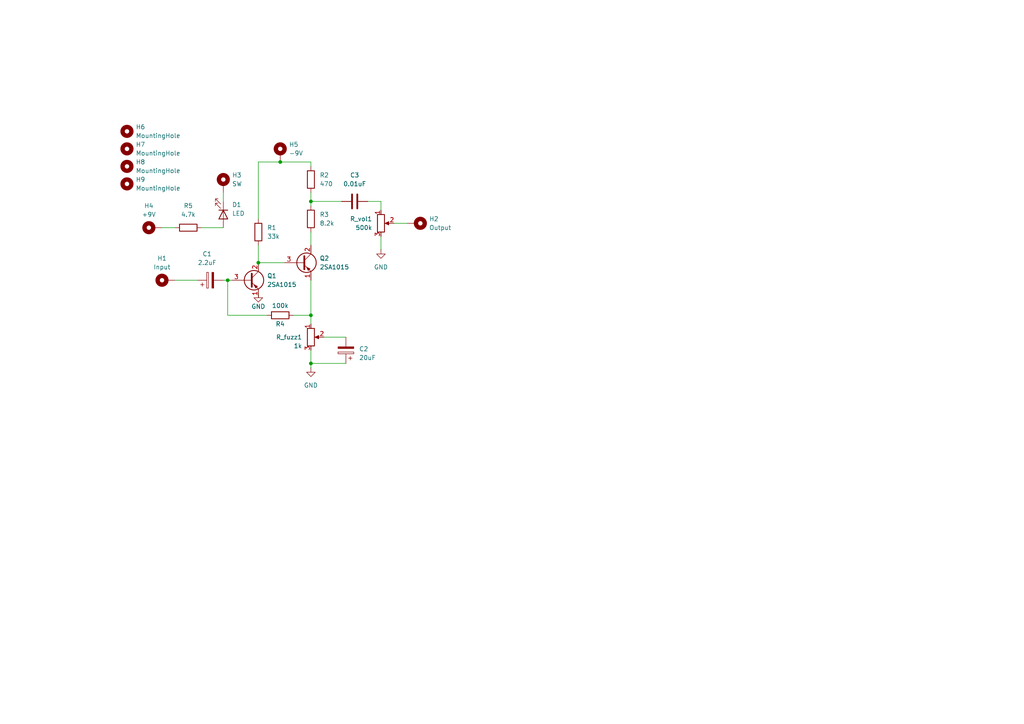
<source format=kicad_sch>
(kicad_sch
	(version 20250114)
	(generator "eeschema")
	(generator_version "9.0")
	(uuid "b82801eb-a442-4e15-a123-5dfbaba277df")
	(paper "A4")
	(lib_symbols
		(symbol "Device:C"
			(pin_numbers
				(hide yes)
			)
			(pin_names
				(offset 0.254)
			)
			(exclude_from_sim no)
			(in_bom yes)
			(on_board yes)
			(property "Reference" "C"
				(at 0.635 2.54 0)
				(effects
					(font
						(size 1.27 1.27)
					)
					(justify left)
				)
			)
			(property "Value" "C"
				(at 0.635 -2.54 0)
				(effects
					(font
						(size 1.27 1.27)
					)
					(justify left)
				)
			)
			(property "Footprint" ""
				(at 0.9652 -3.81 0)
				(effects
					(font
						(size 1.27 1.27)
					)
					(hide yes)
				)
			)
			(property "Datasheet" "~"
				(at 0 0 0)
				(effects
					(font
						(size 1.27 1.27)
					)
					(hide yes)
				)
			)
			(property "Description" "Unpolarized capacitor"
				(at 0 0 0)
				(effects
					(font
						(size 1.27 1.27)
					)
					(hide yes)
				)
			)
			(property "ki_keywords" "cap capacitor"
				(at 0 0 0)
				(effects
					(font
						(size 1.27 1.27)
					)
					(hide yes)
				)
			)
			(property "ki_fp_filters" "C_*"
				(at 0 0 0)
				(effects
					(font
						(size 1.27 1.27)
					)
					(hide yes)
				)
			)
			(symbol "C_0_1"
				(polyline
					(pts
						(xy -2.032 0.762) (xy 2.032 0.762)
					)
					(stroke
						(width 0.508)
						(type default)
					)
					(fill
						(type none)
					)
				)
				(polyline
					(pts
						(xy -2.032 -0.762) (xy 2.032 -0.762)
					)
					(stroke
						(width 0.508)
						(type default)
					)
					(fill
						(type none)
					)
				)
			)
			(symbol "C_1_1"
				(pin passive line
					(at 0 3.81 270)
					(length 2.794)
					(name "~"
						(effects
							(font
								(size 1.27 1.27)
							)
						)
					)
					(number "1"
						(effects
							(font
								(size 1.27 1.27)
							)
						)
					)
				)
				(pin passive line
					(at 0 -3.81 90)
					(length 2.794)
					(name "~"
						(effects
							(font
								(size 1.27 1.27)
							)
						)
					)
					(number "2"
						(effects
							(font
								(size 1.27 1.27)
							)
						)
					)
				)
			)
			(embedded_fonts no)
		)
		(symbol "Device:C_Polarized"
			(pin_numbers
				(hide yes)
			)
			(pin_names
				(offset 0.254)
			)
			(exclude_from_sim no)
			(in_bom yes)
			(on_board yes)
			(property "Reference" "C"
				(at 0.635 2.54 0)
				(effects
					(font
						(size 1.27 1.27)
					)
					(justify left)
				)
			)
			(property "Value" "C_Polarized"
				(at 0.635 -2.54 0)
				(effects
					(font
						(size 1.27 1.27)
					)
					(justify left)
				)
			)
			(property "Footprint" ""
				(at 0.9652 -3.81 0)
				(effects
					(font
						(size 1.27 1.27)
					)
					(hide yes)
				)
			)
			(property "Datasheet" "~"
				(at 0 0 0)
				(effects
					(font
						(size 1.27 1.27)
					)
					(hide yes)
				)
			)
			(property "Description" "Polarized capacitor"
				(at 0 0 0)
				(effects
					(font
						(size 1.27 1.27)
					)
					(hide yes)
				)
			)
			(property "ki_keywords" "cap capacitor"
				(at 0 0 0)
				(effects
					(font
						(size 1.27 1.27)
					)
					(hide yes)
				)
			)
			(property "ki_fp_filters" "CP_*"
				(at 0 0 0)
				(effects
					(font
						(size 1.27 1.27)
					)
					(hide yes)
				)
			)
			(symbol "C_Polarized_0_1"
				(rectangle
					(start -2.286 0.508)
					(end 2.286 1.016)
					(stroke
						(width 0)
						(type default)
					)
					(fill
						(type none)
					)
				)
				(polyline
					(pts
						(xy -1.778 2.286) (xy -0.762 2.286)
					)
					(stroke
						(width 0)
						(type default)
					)
					(fill
						(type none)
					)
				)
				(polyline
					(pts
						(xy -1.27 2.794) (xy -1.27 1.778)
					)
					(stroke
						(width 0)
						(type default)
					)
					(fill
						(type none)
					)
				)
				(rectangle
					(start 2.286 -0.508)
					(end -2.286 -1.016)
					(stroke
						(width 0)
						(type default)
					)
					(fill
						(type outline)
					)
				)
			)
			(symbol "C_Polarized_1_1"
				(pin passive line
					(at 0 3.81 270)
					(length 2.794)
					(name "~"
						(effects
							(font
								(size 1.27 1.27)
							)
						)
					)
					(number "1"
						(effects
							(font
								(size 1.27 1.27)
							)
						)
					)
				)
				(pin passive line
					(at 0 -3.81 90)
					(length 2.794)
					(name "~"
						(effects
							(font
								(size 1.27 1.27)
							)
						)
					)
					(number "2"
						(effects
							(font
								(size 1.27 1.27)
							)
						)
					)
				)
			)
			(embedded_fonts no)
		)
		(symbol "Device:LED"
			(pin_numbers
				(hide yes)
			)
			(pin_names
				(offset 1.016)
				(hide yes)
			)
			(exclude_from_sim no)
			(in_bom yes)
			(on_board yes)
			(property "Reference" "D"
				(at 0 2.54 0)
				(effects
					(font
						(size 1.27 1.27)
					)
				)
			)
			(property "Value" "LED"
				(at 0 -2.54 0)
				(effects
					(font
						(size 1.27 1.27)
					)
				)
			)
			(property "Footprint" ""
				(at 0 0 0)
				(effects
					(font
						(size 1.27 1.27)
					)
					(hide yes)
				)
			)
			(property "Datasheet" "~"
				(at 0 0 0)
				(effects
					(font
						(size 1.27 1.27)
					)
					(hide yes)
				)
			)
			(property "Description" "Light emitting diode"
				(at 0 0 0)
				(effects
					(font
						(size 1.27 1.27)
					)
					(hide yes)
				)
			)
			(property "Sim.Pins" "1=K 2=A"
				(at 0 0 0)
				(effects
					(font
						(size 1.27 1.27)
					)
					(hide yes)
				)
			)
			(property "ki_keywords" "LED diode"
				(at 0 0 0)
				(effects
					(font
						(size 1.27 1.27)
					)
					(hide yes)
				)
			)
			(property "ki_fp_filters" "LED* LED_SMD:* LED_THT:*"
				(at 0 0 0)
				(effects
					(font
						(size 1.27 1.27)
					)
					(hide yes)
				)
			)
			(symbol "LED_0_1"
				(polyline
					(pts
						(xy -3.048 -0.762) (xy -4.572 -2.286) (xy -3.81 -2.286) (xy -4.572 -2.286) (xy -4.572 -1.524)
					)
					(stroke
						(width 0)
						(type default)
					)
					(fill
						(type none)
					)
				)
				(polyline
					(pts
						(xy -1.778 -0.762) (xy -3.302 -2.286) (xy -2.54 -2.286) (xy -3.302 -2.286) (xy -3.302 -1.524)
					)
					(stroke
						(width 0)
						(type default)
					)
					(fill
						(type none)
					)
				)
				(polyline
					(pts
						(xy -1.27 0) (xy 1.27 0)
					)
					(stroke
						(width 0)
						(type default)
					)
					(fill
						(type none)
					)
				)
				(polyline
					(pts
						(xy -1.27 -1.27) (xy -1.27 1.27)
					)
					(stroke
						(width 0.254)
						(type default)
					)
					(fill
						(type none)
					)
				)
				(polyline
					(pts
						(xy 1.27 -1.27) (xy 1.27 1.27) (xy -1.27 0) (xy 1.27 -1.27)
					)
					(stroke
						(width 0.254)
						(type default)
					)
					(fill
						(type none)
					)
				)
			)
			(symbol "LED_1_1"
				(pin passive line
					(at -3.81 0 0)
					(length 2.54)
					(name "K"
						(effects
							(font
								(size 1.27 1.27)
							)
						)
					)
					(number "1"
						(effects
							(font
								(size 1.27 1.27)
							)
						)
					)
				)
				(pin passive line
					(at 3.81 0 180)
					(length 2.54)
					(name "A"
						(effects
							(font
								(size 1.27 1.27)
							)
						)
					)
					(number "2"
						(effects
							(font
								(size 1.27 1.27)
							)
						)
					)
				)
			)
			(embedded_fonts no)
		)
		(symbol "Device:R"
			(pin_numbers
				(hide yes)
			)
			(pin_names
				(offset 0)
			)
			(exclude_from_sim no)
			(in_bom yes)
			(on_board yes)
			(property "Reference" "R"
				(at 2.032 0 90)
				(effects
					(font
						(size 1.27 1.27)
					)
				)
			)
			(property "Value" "R"
				(at 0 0 90)
				(effects
					(font
						(size 1.27 1.27)
					)
				)
			)
			(property "Footprint" ""
				(at -1.778 0 90)
				(effects
					(font
						(size 1.27 1.27)
					)
					(hide yes)
				)
			)
			(property "Datasheet" "~"
				(at 0 0 0)
				(effects
					(font
						(size 1.27 1.27)
					)
					(hide yes)
				)
			)
			(property "Description" "Resistor"
				(at 0 0 0)
				(effects
					(font
						(size 1.27 1.27)
					)
					(hide yes)
				)
			)
			(property "ki_keywords" "R res resistor"
				(at 0 0 0)
				(effects
					(font
						(size 1.27 1.27)
					)
					(hide yes)
				)
			)
			(property "ki_fp_filters" "R_*"
				(at 0 0 0)
				(effects
					(font
						(size 1.27 1.27)
					)
					(hide yes)
				)
			)
			(symbol "R_0_1"
				(rectangle
					(start -1.016 -2.54)
					(end 1.016 2.54)
					(stroke
						(width 0.254)
						(type default)
					)
					(fill
						(type none)
					)
				)
			)
			(symbol "R_1_1"
				(pin passive line
					(at 0 3.81 270)
					(length 1.27)
					(name "~"
						(effects
							(font
								(size 1.27 1.27)
							)
						)
					)
					(number "1"
						(effects
							(font
								(size 1.27 1.27)
							)
						)
					)
				)
				(pin passive line
					(at 0 -3.81 90)
					(length 1.27)
					(name "~"
						(effects
							(font
								(size 1.27 1.27)
							)
						)
					)
					(number "2"
						(effects
							(font
								(size 1.27 1.27)
							)
						)
					)
				)
			)
			(embedded_fonts no)
		)
		(symbol "Device:R_Potentiometer"
			(pin_names
				(offset 1.016)
				(hide yes)
			)
			(exclude_from_sim no)
			(in_bom yes)
			(on_board yes)
			(property "Reference" "RV"
				(at -4.445 0 90)
				(effects
					(font
						(size 1.27 1.27)
					)
				)
			)
			(property "Value" "R_Potentiometer"
				(at -2.54 0 90)
				(effects
					(font
						(size 1.27 1.27)
					)
				)
			)
			(property "Footprint" ""
				(at 0 0 0)
				(effects
					(font
						(size 1.27 1.27)
					)
					(hide yes)
				)
			)
			(property "Datasheet" "~"
				(at 0 0 0)
				(effects
					(font
						(size 1.27 1.27)
					)
					(hide yes)
				)
			)
			(property "Description" "Potentiometer"
				(at 0 0 0)
				(effects
					(font
						(size 1.27 1.27)
					)
					(hide yes)
				)
			)
			(property "ki_keywords" "resistor variable"
				(at 0 0 0)
				(effects
					(font
						(size 1.27 1.27)
					)
					(hide yes)
				)
			)
			(property "ki_fp_filters" "Potentiometer*"
				(at 0 0 0)
				(effects
					(font
						(size 1.27 1.27)
					)
					(hide yes)
				)
			)
			(symbol "R_Potentiometer_0_1"
				(rectangle
					(start 1.016 2.54)
					(end -1.016 -2.54)
					(stroke
						(width 0.254)
						(type default)
					)
					(fill
						(type none)
					)
				)
				(polyline
					(pts
						(xy 1.143 0) (xy 2.286 0.508) (xy 2.286 -0.508) (xy 1.143 0)
					)
					(stroke
						(width 0)
						(type default)
					)
					(fill
						(type outline)
					)
				)
				(polyline
					(pts
						(xy 2.54 0) (xy 1.524 0)
					)
					(stroke
						(width 0)
						(type default)
					)
					(fill
						(type none)
					)
				)
			)
			(symbol "R_Potentiometer_1_1"
				(pin passive line
					(at 0 3.81 270)
					(length 1.27)
					(name "1"
						(effects
							(font
								(size 1.27 1.27)
							)
						)
					)
					(number "1"
						(effects
							(font
								(size 1.27 1.27)
							)
						)
					)
				)
				(pin passive line
					(at 0 -3.81 90)
					(length 1.27)
					(name "3"
						(effects
							(font
								(size 1.27 1.27)
							)
						)
					)
					(number "3"
						(effects
							(font
								(size 1.27 1.27)
							)
						)
					)
				)
				(pin passive line
					(at 3.81 0 180)
					(length 1.27)
					(name "2"
						(effects
							(font
								(size 1.27 1.27)
							)
						)
					)
					(number "2"
						(effects
							(font
								(size 1.27 1.27)
							)
						)
					)
				)
			)
			(embedded_fonts no)
		)
		(symbol "Mechanical:MountingHole"
			(pin_names
				(offset 1.016)
			)
			(exclude_from_sim yes)
			(in_bom no)
			(on_board yes)
			(property "Reference" "H"
				(at 0 5.08 0)
				(effects
					(font
						(size 1.27 1.27)
					)
				)
			)
			(property "Value" "MountingHole"
				(at 0 3.175 0)
				(effects
					(font
						(size 1.27 1.27)
					)
				)
			)
			(property "Footprint" ""
				(at 0 0 0)
				(effects
					(font
						(size 1.27 1.27)
					)
					(hide yes)
				)
			)
			(property "Datasheet" "~"
				(at 0 0 0)
				(effects
					(font
						(size 1.27 1.27)
					)
					(hide yes)
				)
			)
			(property "Description" "Mounting Hole without connection"
				(at 0 0 0)
				(effects
					(font
						(size 1.27 1.27)
					)
					(hide yes)
				)
			)
			(property "ki_keywords" "mounting hole"
				(at 0 0 0)
				(effects
					(font
						(size 1.27 1.27)
					)
					(hide yes)
				)
			)
			(property "ki_fp_filters" "MountingHole*"
				(at 0 0 0)
				(effects
					(font
						(size 1.27 1.27)
					)
					(hide yes)
				)
			)
			(symbol "MountingHole_0_1"
				(circle
					(center 0 0)
					(radius 1.27)
					(stroke
						(width 1.27)
						(type default)
					)
					(fill
						(type none)
					)
				)
			)
			(embedded_fonts no)
		)
		(symbol "Mechanical:MountingHole_Pad"
			(pin_numbers
				(hide yes)
			)
			(pin_names
				(offset 1.016)
				(hide yes)
			)
			(exclude_from_sim yes)
			(in_bom no)
			(on_board yes)
			(property "Reference" "H"
				(at 0 6.35 0)
				(effects
					(font
						(size 1.27 1.27)
					)
				)
			)
			(property "Value" "MountingHole_Pad"
				(at 0 4.445 0)
				(effects
					(font
						(size 1.27 1.27)
					)
				)
			)
			(property "Footprint" ""
				(at 0 0 0)
				(effects
					(font
						(size 1.27 1.27)
					)
					(hide yes)
				)
			)
			(property "Datasheet" "~"
				(at 0 0 0)
				(effects
					(font
						(size 1.27 1.27)
					)
					(hide yes)
				)
			)
			(property "Description" "Mounting Hole with connection"
				(at 0 0 0)
				(effects
					(font
						(size 1.27 1.27)
					)
					(hide yes)
				)
			)
			(property "ki_keywords" "mounting hole"
				(at 0 0 0)
				(effects
					(font
						(size 1.27 1.27)
					)
					(hide yes)
				)
			)
			(property "ki_fp_filters" "MountingHole*Pad*"
				(at 0 0 0)
				(effects
					(font
						(size 1.27 1.27)
					)
					(hide yes)
				)
			)
			(symbol "MountingHole_Pad_0_1"
				(circle
					(center 0 1.27)
					(radius 1.27)
					(stroke
						(width 1.27)
						(type default)
					)
					(fill
						(type none)
					)
				)
			)
			(symbol "MountingHole_Pad_1_1"
				(pin input line
					(at 0 -2.54 90)
					(length 2.54)
					(name "1"
						(effects
							(font
								(size 1.27 1.27)
							)
						)
					)
					(number "1"
						(effects
							(font
								(size 1.27 1.27)
							)
						)
					)
				)
			)
			(embedded_fonts no)
		)
		(symbol "Transistor_BJT:2SA1015"
			(pin_names
				(offset 0)
				(hide yes)
			)
			(exclude_from_sim no)
			(in_bom yes)
			(on_board yes)
			(property "Reference" "Q"
				(at 5.08 1.905 0)
				(effects
					(font
						(size 1.27 1.27)
					)
					(justify left)
				)
			)
			(property "Value" "2SA1015"
				(at 5.08 0 0)
				(effects
					(font
						(size 1.27 1.27)
					)
					(justify left)
				)
			)
			(property "Footprint" "Package_TO_SOT_THT:TO-92_Inline"
				(at 5.08 -1.905 0)
				(effects
					(font
						(size 1.27 1.27)
						(italic yes)
					)
					(justify left)
					(hide yes)
				)
			)
			(property "Datasheet" "http://www.datasheetcatalog.org/datasheet/toshiba/905.pdf"
				(at 0 0 0)
				(effects
					(font
						(size 1.27 1.27)
					)
					(justify left)
					(hide yes)
				)
			)
			(property "Description" "-0.15A Ic, -50V Vce, Low Noise Audio PNP Transistor, TO-92"
				(at 0 0 0)
				(effects
					(font
						(size 1.27 1.27)
					)
					(hide yes)
				)
			)
			(property "ki_keywords" "Low Noise Audio PNP Transistor"
				(at 0 0 0)
				(effects
					(font
						(size 1.27 1.27)
					)
					(hide yes)
				)
			)
			(property "ki_fp_filters" "TO?92*"
				(at 0 0 0)
				(effects
					(font
						(size 1.27 1.27)
					)
					(hide yes)
				)
			)
			(symbol "2SA1015_0_1"
				(polyline
					(pts
						(xy -2.54 0) (xy 0.635 0)
					)
					(stroke
						(width 0)
						(type default)
					)
					(fill
						(type none)
					)
				)
				(polyline
					(pts
						(xy 0.635 1.905) (xy 0.635 -1.905)
					)
					(stroke
						(width 0.508)
						(type default)
					)
					(fill
						(type none)
					)
				)
				(polyline
					(pts
						(xy 0.635 0.635) (xy 2.54 2.54)
					)
					(stroke
						(width 0)
						(type default)
					)
					(fill
						(type none)
					)
				)
				(polyline
					(pts
						(xy 0.635 -0.635) (xy 2.54 -2.54)
					)
					(stroke
						(width 0)
						(type default)
					)
					(fill
						(type none)
					)
				)
				(circle
					(center 1.27 0)
					(radius 2.8194)
					(stroke
						(width 0.254)
						(type default)
					)
					(fill
						(type none)
					)
				)
				(polyline
					(pts
						(xy 2.286 -1.778) (xy 1.778 -2.286) (xy 1.27 -1.27) (xy 2.286 -1.778)
					)
					(stroke
						(width 0)
						(type default)
					)
					(fill
						(type outline)
					)
				)
			)
			(symbol "2SA1015_1_1"
				(pin input line
					(at -5.08 0 0)
					(length 2.54)
					(name "B"
						(effects
							(font
								(size 1.27 1.27)
							)
						)
					)
					(number "3"
						(effects
							(font
								(size 1.27 1.27)
							)
						)
					)
				)
				(pin passive line
					(at 2.54 5.08 270)
					(length 2.54)
					(name "C"
						(effects
							(font
								(size 1.27 1.27)
							)
						)
					)
					(number "2"
						(effects
							(font
								(size 1.27 1.27)
							)
						)
					)
				)
				(pin passive line
					(at 2.54 -5.08 90)
					(length 2.54)
					(name "E"
						(effects
							(font
								(size 1.27 1.27)
							)
						)
					)
					(number "1"
						(effects
							(font
								(size 1.27 1.27)
							)
						)
					)
				)
			)
			(embedded_fonts no)
		)
		(symbol "power:GND"
			(power)
			(pin_numbers
				(hide yes)
			)
			(pin_names
				(offset 0)
				(hide yes)
			)
			(exclude_from_sim no)
			(in_bom yes)
			(on_board yes)
			(property "Reference" "#PWR"
				(at 0 -6.35 0)
				(effects
					(font
						(size 1.27 1.27)
					)
					(hide yes)
				)
			)
			(property "Value" "GND"
				(at 0 -3.81 0)
				(effects
					(font
						(size 1.27 1.27)
					)
				)
			)
			(property "Footprint" ""
				(at 0 0 0)
				(effects
					(font
						(size 1.27 1.27)
					)
					(hide yes)
				)
			)
			(property "Datasheet" ""
				(at 0 0 0)
				(effects
					(font
						(size 1.27 1.27)
					)
					(hide yes)
				)
			)
			(property "Description" "Power symbol creates a global label with name \"GND\" , ground"
				(at 0 0 0)
				(effects
					(font
						(size 1.27 1.27)
					)
					(hide yes)
				)
			)
			(property "ki_keywords" "global power"
				(at 0 0 0)
				(effects
					(font
						(size 1.27 1.27)
					)
					(hide yes)
				)
			)
			(symbol "GND_0_1"
				(polyline
					(pts
						(xy 0 0) (xy 0 -1.27) (xy 1.27 -1.27) (xy 0 -2.54) (xy -1.27 -1.27) (xy 0 -1.27)
					)
					(stroke
						(width 0)
						(type default)
					)
					(fill
						(type none)
					)
				)
			)
			(symbol "GND_1_1"
				(pin power_in line
					(at 0 0 270)
					(length 0)
					(name "~"
						(effects
							(font
								(size 1.27 1.27)
							)
						)
					)
					(number "1"
						(effects
							(font
								(size 1.27 1.27)
							)
						)
					)
				)
			)
			(embedded_fonts no)
		)
	)
	(junction
		(at 90.17 58.42)
		(diameter 0)
		(color 0 0 0 0)
		(uuid "192b3a50-3913-4041-9f8b-8c7f01b87c24")
	)
	(junction
		(at 74.93 76.2)
		(diameter 0)
		(color 0 0 0 0)
		(uuid "24d1b1fc-30b4-446a-9757-0c449b873b90")
	)
	(junction
		(at 66.04 81.28)
		(diameter 0)
		(color 0 0 0 0)
		(uuid "4580953b-439e-49b9-a1c7-3968f2b887ea")
	)
	(junction
		(at 81.28 46.99)
		(diameter 0)
		(color 0 0 0 0)
		(uuid "79574859-3a04-4b0b-8603-1143702cf810")
	)
	(junction
		(at 90.17 91.44)
		(diameter 0)
		(color 0 0 0 0)
		(uuid "806c333f-c2b7-4d72-94c8-643e7b4cfd6b")
	)
	(junction
		(at 90.17 105.41)
		(diameter 0)
		(color 0 0 0 0)
		(uuid "e7d1f5be-0f13-46ce-a211-439be81f8857")
	)
	(wire
		(pts
			(xy 110.49 68.58) (xy 110.49 72.39)
		)
		(stroke
			(width 0)
			(type default)
		)
		(uuid "06300551-847b-4242-93b7-0148d775ef37")
	)
	(wire
		(pts
			(xy 58.42 66.04) (xy 64.77 66.04)
		)
		(stroke
			(width 0)
			(type default)
		)
		(uuid "0681724d-a3d0-49bc-9652-f7d7c3a2e8f4")
	)
	(wire
		(pts
			(xy 90.17 105.41) (xy 100.33 105.41)
		)
		(stroke
			(width 0)
			(type default)
		)
		(uuid "0816058b-262f-49d3-b83a-eb641809e109")
	)
	(wire
		(pts
			(xy 66.04 81.28) (xy 66.04 91.44)
		)
		(stroke
			(width 0)
			(type default)
		)
		(uuid "0f47bd56-c545-427e-8e6f-3056a9733cd0")
	)
	(wire
		(pts
			(xy 66.04 91.44) (xy 77.47 91.44)
		)
		(stroke
			(width 0)
			(type default)
		)
		(uuid "250a4513-b052-4f7b-8777-1ffdc8115819")
	)
	(wire
		(pts
			(xy 81.28 46.99) (xy 90.17 46.99)
		)
		(stroke
			(width 0)
			(type default)
		)
		(uuid "27ac1460-1b0a-4149-bc2b-ae99ad0fde20")
	)
	(wire
		(pts
			(xy 66.04 81.28) (xy 67.31 81.28)
		)
		(stroke
			(width 0)
			(type default)
		)
		(uuid "3d2633da-80b4-489b-8465-5d204c927431")
	)
	(wire
		(pts
			(xy 64.77 55.88) (xy 64.77 58.42)
		)
		(stroke
			(width 0)
			(type default)
		)
		(uuid "41657e5f-9d3c-4825-9896-db5b98fed555")
	)
	(wire
		(pts
			(xy 90.17 46.99) (xy 90.17 48.26)
		)
		(stroke
			(width 0)
			(type default)
		)
		(uuid "4932cb46-16ae-4175-a20d-6accbecb3d64")
	)
	(wire
		(pts
			(xy 114.3 64.77) (xy 118.11 64.77)
		)
		(stroke
			(width 0)
			(type default)
		)
		(uuid "4a1d99d5-1ade-4749-af52-fdb39eb156d9")
	)
	(wire
		(pts
			(xy 106.68 58.42) (xy 110.49 58.42)
		)
		(stroke
			(width 0)
			(type default)
		)
		(uuid "5923fc20-d8a8-4509-ab30-fd5e60df8aa0")
	)
	(wire
		(pts
			(xy 74.93 71.12) (xy 74.93 76.2)
		)
		(stroke
			(width 0)
			(type default)
		)
		(uuid "65b368c2-26be-4392-839c-61130451ab93")
	)
	(wire
		(pts
			(xy 90.17 58.42) (xy 90.17 59.69)
		)
		(stroke
			(width 0)
			(type default)
		)
		(uuid "70b8aed8-f70c-4a94-8a9f-218fb9f59acd")
	)
	(wire
		(pts
			(xy 90.17 55.88) (xy 90.17 58.42)
		)
		(stroke
			(width 0)
			(type default)
		)
		(uuid "717cbccb-bb3b-429c-870a-8a87e912d4b5")
	)
	(wire
		(pts
			(xy 93.98 97.79) (xy 100.33 97.79)
		)
		(stroke
			(width 0)
			(type default)
		)
		(uuid "727ef7b4-0220-400f-b9e4-04e1371776d3")
	)
	(wire
		(pts
			(xy 74.93 46.99) (xy 81.28 46.99)
		)
		(stroke
			(width 0)
			(type default)
		)
		(uuid "919ba614-395a-4c08-babc-36018a07437e")
	)
	(wire
		(pts
			(xy 46.99 66.04) (xy 50.8 66.04)
		)
		(stroke
			(width 0)
			(type default)
		)
		(uuid "99f6e4e9-77ac-4241-8c05-404e530ed642")
	)
	(wire
		(pts
			(xy 90.17 106.68) (xy 90.17 105.41)
		)
		(stroke
			(width 0)
			(type default)
		)
		(uuid "9a8d856b-cbf3-41c6-93c8-123c14f7ae91")
	)
	(wire
		(pts
			(xy 90.17 91.44) (xy 90.17 93.98)
		)
		(stroke
			(width 0)
			(type default)
		)
		(uuid "9f66b6bd-1856-45aa-93b4-9f0d83215a24")
	)
	(wire
		(pts
			(xy 74.93 46.99) (xy 74.93 63.5)
		)
		(stroke
			(width 0)
			(type default)
		)
		(uuid "a45f1347-cbe0-4a13-9be8-b55edb8ae701")
	)
	(wire
		(pts
			(xy 90.17 81.28) (xy 90.17 91.44)
		)
		(stroke
			(width 0)
			(type default)
		)
		(uuid "b02710e2-62ad-4792-b2e4-b2648ffaf82b")
	)
	(wire
		(pts
			(xy 90.17 67.31) (xy 90.17 71.12)
		)
		(stroke
			(width 0)
			(type default)
		)
		(uuid "b08a2592-c791-4d0e-b78d-7724017fc712")
	)
	(wire
		(pts
			(xy 50.8 81.28) (xy 57.15 81.28)
		)
		(stroke
			(width 0)
			(type default)
		)
		(uuid "b4ce388d-3db2-49e3-b82a-840ff715e36b")
	)
	(wire
		(pts
			(xy 74.93 85.09) (xy 74.93 86.36)
		)
		(stroke
			(width 0)
			(type default)
		)
		(uuid "b5509a8d-7b12-4363-8350-148ed0540287")
	)
	(wire
		(pts
			(xy 90.17 58.42) (xy 99.06 58.42)
		)
		(stroke
			(width 0)
			(type default)
		)
		(uuid "b92c7960-9327-45f7-8f40-465e8893c1e2")
	)
	(wire
		(pts
			(xy 90.17 105.41) (xy 90.17 101.6)
		)
		(stroke
			(width 0)
			(type default)
		)
		(uuid "bc10f74e-4868-4fe4-a142-bd6da7ef7019")
	)
	(wire
		(pts
			(xy 74.93 76.2) (xy 82.55 76.2)
		)
		(stroke
			(width 0)
			(type default)
		)
		(uuid "c6c8ec8a-91ad-4339-be7a-b224a63870e7")
	)
	(wire
		(pts
			(xy 110.49 58.42) (xy 110.49 60.96)
		)
		(stroke
			(width 0)
			(type default)
		)
		(uuid "d7e08680-9529-4b8a-819c-94bebdb5a222")
	)
	(wire
		(pts
			(xy 85.09 91.44) (xy 90.17 91.44)
		)
		(stroke
			(width 0)
			(type default)
		)
		(uuid "dcb4d93e-7e97-4e2b-8fd7-48e40882275d")
	)
	(wire
		(pts
			(xy 64.77 81.28) (xy 66.04 81.28)
		)
		(stroke
			(width 0)
			(type default)
		)
		(uuid "f74b0bf4-e7bf-4cd8-a45b-d021204a481b")
	)
	(symbol
		(lib_id "Device:C_Polarized")
		(at 60.96 81.28 90)
		(unit 1)
		(exclude_from_sim no)
		(in_bom yes)
		(on_board yes)
		(dnp no)
		(fields_autoplaced yes)
		(uuid "05fa8710-3220-4a28-a2c1-c17eee5e2f91")
		(property "Reference" "C1"
			(at 60.071 73.66 90)
			(effects
				(font
					(size 1.27 1.27)
				)
			)
		)
		(property "Value" "2.2uF"
			(at 60.071 76.2 90)
			(effects
				(font
					(size 1.27 1.27)
				)
			)
		)
		(property "Footprint" "ANA PARTS:StandardPolarizedCapacitorPedal"
			(at 64.77 80.3148 0)
			(effects
				(font
					(size 1.27 1.27)
				)
				(hide yes)
			)
		)
		(property "Datasheet" "~"
			(at 60.96 81.28 0)
			(effects
				(font
					(size 1.27 1.27)
				)
				(hide yes)
			)
		)
		(property "Description" "Polarized capacitor"
			(at 60.96 81.28 0)
			(effects
				(font
					(size 1.27 1.27)
				)
				(hide yes)
			)
		)
		(pin "1"
			(uuid "c65ccb0e-574c-45ea-9599-f366f0b9d93c")
		)
		(pin "2"
			(uuid "928101c3-02f2-4ffe-8cfe-d1c8f2d9cbe3")
		)
		(instances
			(project ""
				(path "/b82801eb-a442-4e15-a123-5dfbaba277df"
					(reference "C1")
					(unit 1)
				)
			)
		)
	)
	(symbol
		(lib_id "Mechanical:MountingHole_Pad")
		(at 44.45 66.04 90)
		(unit 1)
		(exclude_from_sim yes)
		(in_bom no)
		(on_board yes)
		(dnp no)
		(fields_autoplaced yes)
		(uuid "1d657444-8561-4779-88ed-1fe707af5bbc")
		(property "Reference" "H4"
			(at 43.18 59.69 90)
			(effects
				(font
					(size 1.27 1.27)
				)
			)
		)
		(property "Value" "+9V"
			(at 43.18 62.23 90)
			(effects
				(font
					(size 1.27 1.27)
				)
			)
		)
		(property "Footprint" "ANA PARTS:1.5mm_MountingHole"
			(at 44.45 66.04 0)
			(effects
				(font
					(size 1.27 1.27)
				)
				(hide yes)
			)
		)
		(property "Datasheet" "~"
			(at 44.45 66.04 0)
			(effects
				(font
					(size 1.27 1.27)
				)
				(hide yes)
			)
		)
		(property "Description" "Mounting Hole with connection"
			(at 44.45 66.04 0)
			(effects
				(font
					(size 1.27 1.27)
				)
				(hide yes)
			)
		)
		(pin "1"
			(uuid "0ec050b4-c9c9-495b-ab29-626d7ed7d03b")
		)
		(instances
			(project "FuzzFace2"
				(path "/b82801eb-a442-4e15-a123-5dfbaba277df"
					(reference "H4")
					(unit 1)
				)
			)
		)
	)
	(symbol
		(lib_id "Mechanical:MountingHole_Pad")
		(at 81.28 44.45 0)
		(unit 1)
		(exclude_from_sim yes)
		(in_bom no)
		(on_board yes)
		(dnp no)
		(fields_autoplaced yes)
		(uuid "1eb62cbf-d62f-4610-a399-0b712704fb5a")
		(property "Reference" "H5"
			(at 83.82 41.9099 0)
			(effects
				(font
					(size 1.27 1.27)
				)
				(justify left)
			)
		)
		(property "Value" "-9V"
			(at 83.82 44.4499 0)
			(effects
				(font
					(size 1.27 1.27)
				)
				(justify left)
			)
		)
		(property "Footprint" "ANA PARTS:1.5mm_MountingHole"
			(at 81.28 44.45 0)
			(effects
				(font
					(size 1.27 1.27)
				)
				(hide yes)
			)
		)
		(property "Datasheet" "~"
			(at 81.28 44.45 0)
			(effects
				(font
					(size 1.27 1.27)
				)
				(hide yes)
			)
		)
		(property "Description" "Mounting Hole with connection"
			(at 81.28 44.45 0)
			(effects
				(font
					(size 1.27 1.27)
				)
				(hide yes)
			)
		)
		(pin "1"
			(uuid "e9222163-ea6a-413b-8498-1e82fc80a668")
		)
		(instances
			(project "FuzzFace2"
				(path "/b82801eb-a442-4e15-a123-5dfbaba277df"
					(reference "H5")
					(unit 1)
				)
			)
		)
	)
	(symbol
		(lib_id "power:GND")
		(at 90.17 106.68 0)
		(unit 1)
		(exclude_from_sim no)
		(in_bom yes)
		(on_board yes)
		(dnp no)
		(fields_autoplaced yes)
		(uuid "2c2eec62-5689-4d16-8fa1-512eb185d3d4")
		(property "Reference" "#PWR04"
			(at 90.17 113.03 0)
			(effects
				(font
					(size 1.27 1.27)
				)
				(hide yes)
			)
		)
		(property "Value" "GND"
			(at 90.17 111.76 0)
			(effects
				(font
					(size 1.27 1.27)
				)
			)
		)
		(property "Footprint" ""
			(at 90.17 106.68 0)
			(effects
				(font
					(size 1.27 1.27)
				)
				(hide yes)
			)
		)
		(property "Datasheet" ""
			(at 90.17 106.68 0)
			(effects
				(font
					(size 1.27 1.27)
				)
				(hide yes)
			)
		)
		(property "Description" "Power symbol creates a global label with name \"GND\" , ground"
			(at 90.17 106.68 0)
			(effects
				(font
					(size 1.27 1.27)
				)
				(hide yes)
			)
		)
		(pin "1"
			(uuid "d4436ae6-bfc4-4464-b867-0f1d43ed69cc")
		)
		(instances
			(project "FuzzFace2"
				(path "/b82801eb-a442-4e15-a123-5dfbaba277df"
					(reference "#PWR04")
					(unit 1)
				)
			)
		)
	)
	(symbol
		(lib_id "Mechanical:MountingHole")
		(at 36.83 43.18 0)
		(unit 1)
		(exclude_from_sim yes)
		(in_bom no)
		(on_board yes)
		(dnp no)
		(fields_autoplaced yes)
		(uuid "3ed7e2f3-9f5c-4265-a371-22a8f64192c6")
		(property "Reference" "H7"
			(at 39.37 41.9099 0)
			(effects
				(font
					(size 1.27 1.27)
				)
				(justify left)
			)
		)
		(property "Value" "MountingHole"
			(at 39.37 44.4499 0)
			(effects
				(font
					(size 1.27 1.27)
				)
				(justify left)
			)
		)
		(property "Footprint" "MountingHole:MountingHole_2.1mm"
			(at 36.83 43.18 0)
			(effects
				(font
					(size 1.27 1.27)
				)
				(hide yes)
			)
		)
		(property "Datasheet" "~"
			(at 36.83 43.18 0)
			(effects
				(font
					(size 1.27 1.27)
				)
				(hide yes)
			)
		)
		(property "Description" "Mounting Hole without connection"
			(at 36.83 43.18 0)
			(effects
				(font
					(size 1.27 1.27)
				)
				(hide yes)
			)
		)
		(instances
			(project "FuzzFace2"
				(path "/b82801eb-a442-4e15-a123-5dfbaba277df"
					(reference "H7")
					(unit 1)
				)
			)
		)
	)
	(symbol
		(lib_id "Device:C_Polarized")
		(at 100.33 101.6 180)
		(unit 1)
		(exclude_from_sim no)
		(in_bom yes)
		(on_board yes)
		(dnp no)
		(fields_autoplaced yes)
		(uuid "428ee3e6-7022-4361-b276-e5e37f202caa")
		(property "Reference" "C2"
			(at 104.14 101.2189 0)
			(effects
				(font
					(size 1.27 1.27)
				)
				(justify right)
			)
		)
		(property "Value" "20uF"
			(at 104.14 103.7589 0)
			(effects
				(font
					(size 1.27 1.27)
				)
				(justify right)
			)
		)
		(property "Footprint" "ANA PARTS:StandardPolarizedCapacitorPedal"
			(at 99.3648 97.79 0)
			(effects
				(font
					(size 1.27 1.27)
				)
				(hide yes)
			)
		)
		(property "Datasheet" "~"
			(at 100.33 101.6 0)
			(effects
				(font
					(size 1.27 1.27)
				)
				(hide yes)
			)
		)
		(property "Description" "Polarized capacitor"
			(at 100.33 101.6 0)
			(effects
				(font
					(size 1.27 1.27)
				)
				(hide yes)
			)
		)
		(pin "1"
			(uuid "2a4c9f25-32cc-4f44-b4af-d9784076e652")
		)
		(pin "2"
			(uuid "b09f9e7d-e968-42c1-b7e0-8b5bdb149f4a")
		)
		(instances
			(project "FuzzFace2"
				(path "/b82801eb-a442-4e15-a123-5dfbaba277df"
					(reference "C2")
					(unit 1)
				)
			)
		)
	)
	(symbol
		(lib_id "Mechanical:MountingHole_Pad")
		(at 120.65 64.77 270)
		(unit 1)
		(exclude_from_sim yes)
		(in_bom no)
		(on_board yes)
		(dnp no)
		(fields_autoplaced yes)
		(uuid "431c59fa-4650-4bcc-83b7-101b7f8ee1ee")
		(property "Reference" "H2"
			(at 124.46 63.4999 90)
			(effects
				(font
					(size 1.27 1.27)
				)
				(justify left)
			)
		)
		(property "Value" "Output"
			(at 124.46 66.0399 90)
			(effects
				(font
					(size 1.27 1.27)
				)
				(justify left)
			)
		)
		(property "Footprint" "ANA PARTS:1.5mm_MountingHole"
			(at 120.65 64.77 0)
			(effects
				(font
					(size 1.27 1.27)
				)
				(hide yes)
			)
		)
		(property "Datasheet" "~"
			(at 120.65 64.77 0)
			(effects
				(font
					(size 1.27 1.27)
				)
				(hide yes)
			)
		)
		(property "Description" "Mounting Hole with connection"
			(at 120.65 64.77 0)
			(effects
				(font
					(size 1.27 1.27)
				)
				(hide yes)
			)
		)
		(pin "1"
			(uuid "bc039670-e684-48bd-9741-e649df4447cf")
		)
		(instances
			(project "FuzzFace2"
				(path "/b82801eb-a442-4e15-a123-5dfbaba277df"
					(reference "H2")
					(unit 1)
				)
			)
		)
	)
	(symbol
		(lib_id "Device:C")
		(at 102.87 58.42 90)
		(unit 1)
		(exclude_from_sim no)
		(in_bom yes)
		(on_board yes)
		(dnp no)
		(fields_autoplaced yes)
		(uuid "4400efe1-91c3-4fb8-a63c-bfc741cddd3f")
		(property "Reference" "C3"
			(at 102.87 50.8 90)
			(effects
				(font
					(size 1.27 1.27)
				)
			)
		)
		(property "Value" "0.01uF"
			(at 102.87 53.34 90)
			(effects
				(font
					(size 1.27 1.27)
				)
			)
		)
		(property "Footprint" "ANA PARTS:StandardUnpolarizedCapacitorPedal"
			(at 106.68 57.4548 0)
			(effects
				(font
					(size 1.27 1.27)
				)
				(hide yes)
			)
		)
		(property "Datasheet" "~"
			(at 102.87 58.42 0)
			(effects
				(font
					(size 1.27 1.27)
				)
				(hide yes)
			)
		)
		(property "Description" "Unpolarized capacitor"
			(at 102.87 58.42 0)
			(effects
				(font
					(size 1.27 1.27)
				)
				(hide yes)
			)
		)
		(pin "2"
			(uuid "3486ed16-53e3-4039-98f5-e6ffc614cda7")
		)
		(pin "1"
			(uuid "2bf479fd-798d-415b-9c71-1137b90d540f")
		)
		(instances
			(project ""
				(path "/b82801eb-a442-4e15-a123-5dfbaba277df"
					(reference "C3")
					(unit 1)
				)
			)
		)
	)
	(symbol
		(lib_id "Mechanical:MountingHole")
		(at 36.83 48.26 0)
		(unit 1)
		(exclude_from_sim yes)
		(in_bom no)
		(on_board yes)
		(dnp no)
		(fields_autoplaced yes)
		(uuid "47f2dbd7-c5f7-48d7-bf06-890a337c9683")
		(property "Reference" "H8"
			(at 39.37 46.9899 0)
			(effects
				(font
					(size 1.27 1.27)
				)
				(justify left)
			)
		)
		(property "Value" "MountingHole"
			(at 39.37 49.5299 0)
			(effects
				(font
					(size 1.27 1.27)
				)
				(justify left)
			)
		)
		(property "Footprint" "MountingHole:MountingHole_2.1mm"
			(at 36.83 48.26 0)
			(effects
				(font
					(size 1.27 1.27)
				)
				(hide yes)
			)
		)
		(property "Datasheet" "~"
			(at 36.83 48.26 0)
			(effects
				(font
					(size 1.27 1.27)
				)
				(hide yes)
			)
		)
		(property "Description" "Mounting Hole without connection"
			(at 36.83 48.26 0)
			(effects
				(font
					(size 1.27 1.27)
				)
				(hide yes)
			)
		)
		(instances
			(project "FuzzFace2"
				(path "/b82801eb-a442-4e15-a123-5dfbaba277df"
					(reference "H8")
					(unit 1)
				)
			)
		)
	)
	(symbol
		(lib_id "Device:R_Potentiometer")
		(at 90.17 97.79 0)
		(unit 1)
		(exclude_from_sim no)
		(in_bom yes)
		(on_board yes)
		(dnp no)
		(uuid "61fd0d0a-1903-428f-9bb1-22f278120c10")
		(property "Reference" "R_fuzz1"
			(at 87.63 97.79 0)
			(effects
				(font
					(size 1.27 1.27)
				)
				(justify right)
			)
		)
		(property "Value" "1k"
			(at 87.63 100.33 0)
			(effects
				(font
					(size 1.27 1.27)
				)
				(justify right)
			)
		)
		(property "Footprint" "ANA PARTS:StandardPot"
			(at 90.17 97.79 0)
			(effects
				(font
					(size 1.27 1.27)
				)
				(hide yes)
			)
		)
		(property "Datasheet" "~"
			(at 90.17 97.79 0)
			(effects
				(font
					(size 1.27 1.27)
				)
				(hide yes)
			)
		)
		(property "Description" "Potentiometer"
			(at 90.17 97.79 0)
			(effects
				(font
					(size 1.27 1.27)
				)
				(hide yes)
			)
		)
		(pin "1"
			(uuid "e715dbf4-4838-41ac-ba73-29dc7b7596ce")
		)
		(pin "2"
			(uuid "0b9b60b3-036f-4fef-a0fd-9fd6e50d99c1")
		)
		(pin "3"
			(uuid "729ba2d7-6470-491d-8d0c-c5b63a279091")
		)
		(instances
			(project ""
				(path "/b82801eb-a442-4e15-a123-5dfbaba277df"
					(reference "R_fuzz1")
					(unit 1)
				)
			)
		)
	)
	(symbol
		(lib_id "Mechanical:MountingHole")
		(at 36.83 38.1 0)
		(unit 1)
		(exclude_from_sim yes)
		(in_bom no)
		(on_board yes)
		(dnp no)
		(fields_autoplaced yes)
		(uuid "63fa7a6e-c79d-468c-8439-dc4b41bbc86c")
		(property "Reference" "H6"
			(at 39.37 36.8299 0)
			(effects
				(font
					(size 1.27 1.27)
				)
				(justify left)
			)
		)
		(property "Value" "MountingHole"
			(at 39.37 39.3699 0)
			(effects
				(font
					(size 1.27 1.27)
				)
				(justify left)
			)
		)
		(property "Footprint" "MountingHole:MountingHole_2.1mm"
			(at 36.83 38.1 0)
			(effects
				(font
					(size 1.27 1.27)
				)
				(hide yes)
			)
		)
		(property "Datasheet" "~"
			(at 36.83 38.1 0)
			(effects
				(font
					(size 1.27 1.27)
				)
				(hide yes)
			)
		)
		(property "Description" "Mounting Hole without connection"
			(at 36.83 38.1 0)
			(effects
				(font
					(size 1.27 1.27)
				)
				(hide yes)
			)
		)
		(instances
			(project ""
				(path "/b82801eb-a442-4e15-a123-5dfbaba277df"
					(reference "H6")
					(unit 1)
				)
			)
		)
	)
	(symbol
		(lib_id "Mechanical:MountingHole")
		(at 36.83 53.34 0)
		(unit 1)
		(exclude_from_sim yes)
		(in_bom no)
		(on_board yes)
		(dnp no)
		(fields_autoplaced yes)
		(uuid "6cb8ef74-ed3c-4758-b27c-e2e729c29ca3")
		(property "Reference" "H9"
			(at 39.37 52.0699 0)
			(effects
				(font
					(size 1.27 1.27)
				)
				(justify left)
			)
		)
		(property "Value" "MountingHole"
			(at 39.37 54.6099 0)
			(effects
				(font
					(size 1.27 1.27)
				)
				(justify left)
			)
		)
		(property "Footprint" "MountingHole:MountingHole_2.1mm"
			(at 36.83 53.34 0)
			(effects
				(font
					(size 1.27 1.27)
				)
				(hide yes)
			)
		)
		(property "Datasheet" "~"
			(at 36.83 53.34 0)
			(effects
				(font
					(size 1.27 1.27)
				)
				(hide yes)
			)
		)
		(property "Description" "Mounting Hole without connection"
			(at 36.83 53.34 0)
			(effects
				(font
					(size 1.27 1.27)
				)
				(hide yes)
			)
		)
		(instances
			(project "FuzzFace2"
				(path "/b82801eb-a442-4e15-a123-5dfbaba277df"
					(reference "H9")
					(unit 1)
				)
			)
		)
	)
	(symbol
		(lib_id "Device:R")
		(at 90.17 52.07 0)
		(unit 1)
		(exclude_from_sim no)
		(in_bom yes)
		(on_board yes)
		(dnp no)
		(fields_autoplaced yes)
		(uuid "6e53139f-6cde-40cc-a26a-d399f561b2ca")
		(property "Reference" "R2"
			(at 92.71 50.7999 0)
			(effects
				(font
					(size 1.27 1.27)
				)
				(justify left)
			)
		)
		(property "Value" "470"
			(at 92.71 53.3399 0)
			(effects
				(font
					(size 1.27 1.27)
				)
				(justify left)
			)
		)
		(property "Footprint" "ANA PARTS:StandardResistorPedal"
			(at 88.392 52.07 90)
			(effects
				(font
					(size 1.27 1.27)
				)
				(hide yes)
			)
		)
		(property "Datasheet" "~"
			(at 90.17 52.07 0)
			(effects
				(font
					(size 1.27 1.27)
				)
				(hide yes)
			)
		)
		(property "Description" "Resistor"
			(at 90.17 52.07 0)
			(effects
				(font
					(size 1.27 1.27)
				)
				(hide yes)
			)
		)
		(pin "1"
			(uuid "cc4ecb59-714b-4cde-856a-7ea90c355ddc")
		)
		(pin "2"
			(uuid "751093b0-e66a-464e-a1aa-8296ffe86fe0")
		)
		(instances
			(project "FuzzFace2"
				(path "/b82801eb-a442-4e15-a123-5dfbaba277df"
					(reference "R2")
					(unit 1)
				)
			)
		)
	)
	(symbol
		(lib_id "Device:R")
		(at 54.61 66.04 90)
		(unit 1)
		(exclude_from_sim no)
		(in_bom yes)
		(on_board yes)
		(dnp no)
		(fields_autoplaced yes)
		(uuid "72bc55a9-670c-4430-ae04-f6f47c63189a")
		(property "Reference" "R5"
			(at 54.61 59.69 90)
			(effects
				(font
					(size 1.27 1.27)
				)
			)
		)
		(property "Value" "4.7k"
			(at 54.61 62.23 90)
			(effects
				(font
					(size 1.27 1.27)
				)
			)
		)
		(property "Footprint" "ANA PARTS:StandardResistorPedal"
			(at 54.61 67.818 90)
			(effects
				(font
					(size 1.27 1.27)
				)
				(hide yes)
			)
		)
		(property "Datasheet" "~"
			(at 54.61 66.04 0)
			(effects
				(font
					(size 1.27 1.27)
				)
				(hide yes)
			)
		)
		(property "Description" "Resistor"
			(at 54.61 66.04 0)
			(effects
				(font
					(size 1.27 1.27)
				)
				(hide yes)
			)
		)
		(pin "1"
			(uuid "c5a25ee0-1ead-4a21-a922-bf7c02432974")
		)
		(pin "2"
			(uuid "3c05da18-a750-4955-b2b7-057e2a361d3e")
		)
		(instances
			(project "FuzzFace2"
				(path "/b82801eb-a442-4e15-a123-5dfbaba277df"
					(reference "R5")
					(unit 1)
				)
			)
		)
	)
	(symbol
		(lib_id "Transistor_BJT:2SA1015")
		(at 72.39 81.28 0)
		(unit 1)
		(exclude_from_sim no)
		(in_bom yes)
		(on_board yes)
		(dnp no)
		(fields_autoplaced yes)
		(uuid "84f196c0-8818-4bf8-8c2a-a7c4a3532c9d")
		(property "Reference" "Q1"
			(at 77.47 80.0099 0)
			(effects
				(font
					(size 1.27 1.27)
				)
				(justify left)
			)
		)
		(property "Value" "2SA1015"
			(at 77.47 82.5499 0)
			(effects
				(font
					(size 1.27 1.27)
				)
				(justify left)
			)
		)
		(property "Footprint" "Package_TO_SOT_THT:TO-92_Inline"
			(at 77.47 83.185 0)
			(effects
				(font
					(size 1.27 1.27)
					(italic yes)
				)
				(justify left)
				(hide yes)
			)
		)
		(property "Datasheet" "http://www.datasheetcatalog.org/datasheet/toshiba/905.pdf"
			(at 72.39 81.28 0)
			(effects
				(font
					(size 1.27 1.27)
				)
				(justify left)
				(hide yes)
			)
		)
		(property "Description" "-0.15A Ic, -50V Vce, Low Noise Audio PNP Transistor, TO-92"
			(at 72.39 81.28 0)
			(effects
				(font
					(size 1.27 1.27)
				)
				(hide yes)
			)
		)
		(pin "2"
			(uuid "a006b382-1827-499d-945a-765e4a46fa39")
		)
		(pin "1"
			(uuid "0f2fed61-6387-4575-bfa5-2409c77e74fa")
		)
		(pin "3"
			(uuid "18f01f67-7e3b-4ef6-a7cb-b096f2fec3d8")
		)
		(instances
			(project ""
				(path "/b82801eb-a442-4e15-a123-5dfbaba277df"
					(reference "Q1")
					(unit 1)
				)
			)
		)
	)
	(symbol
		(lib_id "power:GND")
		(at 74.93 85.09 0)
		(unit 1)
		(exclude_from_sim no)
		(in_bom yes)
		(on_board yes)
		(dnp no)
		(uuid "8614abe1-1128-452a-a09f-f50d2aa82335")
		(property "Reference" "#PWR01"
			(at 74.93 91.44 0)
			(effects
				(font
					(size 1.27 1.27)
				)
				(hide yes)
			)
		)
		(property "Value" "GND"
			(at 74.93 88.9 0)
			(effects
				(font
					(size 1.27 1.27)
				)
			)
		)
		(property "Footprint" ""
			(at 74.93 85.09 0)
			(effects
				(font
					(size 1.27 1.27)
				)
				(hide yes)
			)
		)
		(property "Datasheet" ""
			(at 74.93 85.09 0)
			(effects
				(font
					(size 1.27 1.27)
				)
				(hide yes)
			)
		)
		(property "Description" "Power symbol creates a global label with name \"GND\" , ground"
			(at 74.93 85.09 0)
			(effects
				(font
					(size 1.27 1.27)
				)
				(hide yes)
			)
		)
		(pin "1"
			(uuid "14e0e40e-6df6-4006-9be3-8fea8e265068")
		)
		(instances
			(project ""
				(path "/b82801eb-a442-4e15-a123-5dfbaba277df"
					(reference "#PWR01")
					(unit 1)
				)
			)
		)
	)
	(symbol
		(lib_id "Device:R")
		(at 74.93 67.31 0)
		(unit 1)
		(exclude_from_sim no)
		(in_bom yes)
		(on_board yes)
		(dnp no)
		(fields_autoplaced yes)
		(uuid "a2d5dba9-d66a-4463-a116-534ed2ccc20b")
		(property "Reference" "R1"
			(at 77.47 66.0399 0)
			(effects
				(font
					(size 1.27 1.27)
				)
				(justify left)
			)
		)
		(property "Value" "33k"
			(at 77.47 68.5799 0)
			(effects
				(font
					(size 1.27 1.27)
				)
				(justify left)
			)
		)
		(property "Footprint" "ANA PARTS:StandardResistorPedal"
			(at 73.152 67.31 90)
			(effects
				(font
					(size 1.27 1.27)
				)
				(hide yes)
			)
		)
		(property "Datasheet" "~"
			(at 74.93 67.31 0)
			(effects
				(font
					(size 1.27 1.27)
				)
				(hide yes)
			)
		)
		(property "Description" "Resistor"
			(at 74.93 67.31 0)
			(effects
				(font
					(size 1.27 1.27)
				)
				(hide yes)
			)
		)
		(pin "1"
			(uuid "bf57f49c-c83c-4e79-9ad3-1554471fae8f")
		)
		(pin "2"
			(uuid "aa7ec29c-2ee5-4927-abec-43de9012ce95")
		)
		(instances
			(project ""
				(path "/b82801eb-a442-4e15-a123-5dfbaba277df"
					(reference "R1")
					(unit 1)
				)
			)
		)
	)
	(symbol
		(lib_id "Mechanical:MountingHole_Pad")
		(at 64.77 53.34 0)
		(unit 1)
		(exclude_from_sim yes)
		(in_bom no)
		(on_board yes)
		(dnp no)
		(fields_autoplaced yes)
		(uuid "ad4e9510-e49e-4b35-a42a-1ed0608b54f7")
		(property "Reference" "H3"
			(at 67.31 50.7999 0)
			(effects
				(font
					(size 1.27 1.27)
				)
				(justify left)
			)
		)
		(property "Value" "SW"
			(at 67.31 53.3399 0)
			(effects
				(font
					(size 1.27 1.27)
				)
				(justify left)
			)
		)
		(property "Footprint" "ANA PARTS:1.5mm_MountingHole"
			(at 64.77 53.34 0)
			(effects
				(font
					(size 1.27 1.27)
				)
				(hide yes)
			)
		)
		(property "Datasheet" "~"
			(at 64.77 53.34 0)
			(effects
				(font
					(size 1.27 1.27)
				)
				(hide yes)
			)
		)
		(property "Description" "Mounting Hole with connection"
			(at 64.77 53.34 0)
			(effects
				(font
					(size 1.27 1.27)
				)
				(hide yes)
			)
		)
		(pin "1"
			(uuid "e2f6b74a-ea1b-4e50-86f7-05f0c39b8c24")
		)
		(instances
			(project "FuzzFace2"
				(path "/b82801eb-a442-4e15-a123-5dfbaba277df"
					(reference "H3")
					(unit 1)
				)
			)
		)
	)
	(symbol
		(lib_id "Device:R_Potentiometer")
		(at 110.49 64.77 0)
		(unit 1)
		(exclude_from_sim no)
		(in_bom yes)
		(on_board yes)
		(dnp no)
		(fields_autoplaced yes)
		(uuid "c4fa3a17-ddb3-4e69-8ed4-962663c8e298")
		(property "Reference" "R_vol1"
			(at 107.95 63.4999 0)
			(effects
				(font
					(size 1.27 1.27)
				)
				(justify right)
			)
		)
		(property "Value" "500k"
			(at 107.95 66.0399 0)
			(effects
				(font
					(size 1.27 1.27)
				)
				(justify right)
			)
		)
		(property "Footprint" "ANA PARTS:StandardPot"
			(at 110.49 64.77 0)
			(effects
				(font
					(size 1.27 1.27)
				)
				(hide yes)
			)
		)
		(property "Datasheet" "~"
			(at 110.49 64.77 0)
			(effects
				(font
					(size 1.27 1.27)
				)
				(hide yes)
			)
		)
		(property "Description" "Potentiometer"
			(at 110.49 64.77 0)
			(effects
				(font
					(size 1.27 1.27)
				)
				(hide yes)
			)
		)
		(pin "1"
			(uuid "713cc725-28fc-4513-9eed-0d2d51b280fe")
		)
		(pin "2"
			(uuid "d3dc5a1a-2459-44ed-bcb3-80740625ee13")
		)
		(pin "3"
			(uuid "f6dbe9bd-301d-479d-adfc-16a4a200c6f3")
		)
		(instances
			(project "FuzzFace2"
				(path "/b82801eb-a442-4e15-a123-5dfbaba277df"
					(reference "R_vol1")
					(unit 1)
				)
			)
		)
	)
	(symbol
		(lib_id "Mechanical:MountingHole_Pad")
		(at 48.26 81.28 90)
		(unit 1)
		(exclude_from_sim yes)
		(in_bom no)
		(on_board yes)
		(dnp no)
		(fields_autoplaced yes)
		(uuid "c9a9c8e4-1488-4c52-9362-fab22518b033")
		(property "Reference" "H1"
			(at 46.99 74.93 90)
			(effects
				(font
					(size 1.27 1.27)
				)
			)
		)
		(property "Value" "Input"
			(at 46.99 77.47 90)
			(effects
				(font
					(size 1.27 1.27)
				)
			)
		)
		(property "Footprint" "ANA PARTS:1.5mm_MountingHole"
			(at 48.26 81.28 0)
			(effects
				(font
					(size 1.27 1.27)
				)
				(hide yes)
			)
		)
		(property "Datasheet" "~"
			(at 48.26 81.28 0)
			(effects
				(font
					(size 1.27 1.27)
				)
				(hide yes)
			)
		)
		(property "Description" "Mounting Hole with connection"
			(at 48.26 81.28 0)
			(effects
				(font
					(size 1.27 1.27)
				)
				(hide yes)
			)
		)
		(pin "1"
			(uuid "abe46f25-7046-4707-9859-66b5ac361d77")
		)
		(instances
			(project ""
				(path "/b82801eb-a442-4e15-a123-5dfbaba277df"
					(reference "H1")
					(unit 1)
				)
			)
		)
	)
	(symbol
		(lib_id "Device:R")
		(at 81.28 91.44 90)
		(unit 1)
		(exclude_from_sim no)
		(in_bom yes)
		(on_board yes)
		(dnp no)
		(uuid "dca7f81f-8bc9-4590-99ac-66fe8d9f8fe2")
		(property "Reference" "R4"
			(at 81.28 93.98 90)
			(effects
				(font
					(size 1.27 1.27)
				)
			)
		)
		(property "Value" "100k"
			(at 81.28 88.646 90)
			(effects
				(font
					(size 1.27 1.27)
				)
			)
		)
		(property "Footprint" "ANA PARTS:StandardResistorPedal"
			(at 81.28 93.218 90)
			(effects
				(font
					(size 1.27 1.27)
				)
				(hide yes)
			)
		)
		(property "Datasheet" "~"
			(at 81.28 91.44 0)
			(effects
				(font
					(size 1.27 1.27)
				)
				(hide yes)
			)
		)
		(property "Description" "Resistor"
			(at 81.28 91.44 0)
			(effects
				(font
					(size 1.27 1.27)
				)
				(hide yes)
			)
		)
		(pin "1"
			(uuid "22c1c4e8-6f6f-47f7-8fa8-e9bb46251c66")
		)
		(pin "2"
			(uuid "703d7424-ba26-4385-a870-29198e3efeee")
		)
		(instances
			(project "FuzzFace2"
				(path "/b82801eb-a442-4e15-a123-5dfbaba277df"
					(reference "R4")
					(unit 1)
				)
			)
		)
	)
	(symbol
		(lib_id "power:GND")
		(at 110.49 72.39 0)
		(unit 1)
		(exclude_from_sim no)
		(in_bom yes)
		(on_board yes)
		(dnp no)
		(fields_autoplaced yes)
		(uuid "dd0bbc05-a33b-448d-a72c-0ada74ffa2ec")
		(property "Reference" "#PWR05"
			(at 110.49 78.74 0)
			(effects
				(font
					(size 1.27 1.27)
				)
				(hide yes)
			)
		)
		(property "Value" "GND"
			(at 110.49 77.47 0)
			(effects
				(font
					(size 1.27 1.27)
				)
			)
		)
		(property "Footprint" ""
			(at 110.49 72.39 0)
			(effects
				(font
					(size 1.27 1.27)
				)
				(hide yes)
			)
		)
		(property "Datasheet" ""
			(at 110.49 72.39 0)
			(effects
				(font
					(size 1.27 1.27)
				)
				(hide yes)
			)
		)
		(property "Description" "Power symbol creates a global label with name \"GND\" , ground"
			(at 110.49 72.39 0)
			(effects
				(font
					(size 1.27 1.27)
				)
				(hide yes)
			)
		)
		(pin "1"
			(uuid "38df6f08-8157-4bbd-ad35-ff6ab3ffa795")
		)
		(instances
			(project "FuzzFace2"
				(path "/b82801eb-a442-4e15-a123-5dfbaba277df"
					(reference "#PWR05")
					(unit 1)
				)
			)
		)
	)
	(symbol
		(lib_id "Device:LED")
		(at 64.77 62.23 270)
		(unit 1)
		(exclude_from_sim no)
		(in_bom yes)
		(on_board yes)
		(dnp no)
		(fields_autoplaced yes)
		(uuid "e9f30564-5d63-4368-8951-a5f83fb6af29")
		(property "Reference" "D1"
			(at 67.31 59.3724 90)
			(effects
				(font
					(size 1.27 1.27)
				)
				(justify left)
			)
		)
		(property "Value" "LED"
			(at 67.31 61.9124 90)
			(effects
				(font
					(size 1.27 1.27)
				)
				(justify left)
			)
		)
		(property "Footprint" "LED_THT:LED_D5.0mm_Clear"
			(at 64.77 62.23 0)
			(effects
				(font
					(size 1.27 1.27)
				)
				(hide yes)
			)
		)
		(property "Datasheet" "~"
			(at 64.77 62.23 0)
			(effects
				(font
					(size 1.27 1.27)
				)
				(hide yes)
			)
		)
		(property "Description" "Light emitting diode"
			(at 64.77 62.23 0)
			(effects
				(font
					(size 1.27 1.27)
				)
				(hide yes)
			)
		)
		(property "Sim.Pins" "1=K 2=A"
			(at 64.77 62.23 0)
			(effects
				(font
					(size 1.27 1.27)
				)
				(hide yes)
			)
		)
		(pin "2"
			(uuid "86df2928-1bf0-44cc-b5b3-d6ae585f382c")
		)
		(pin "1"
			(uuid "423cec7a-c7da-41b1-9fb9-61616bcef439")
		)
		(instances
			(project ""
				(path "/b82801eb-a442-4e15-a123-5dfbaba277df"
					(reference "D1")
					(unit 1)
				)
			)
		)
	)
	(symbol
		(lib_id "Transistor_BJT:2SA1015")
		(at 87.63 76.2 0)
		(unit 1)
		(exclude_from_sim no)
		(in_bom yes)
		(on_board yes)
		(dnp no)
		(fields_autoplaced yes)
		(uuid "f6593dd3-a39e-4e1c-abfe-a14daec3b9c9")
		(property "Reference" "Q2"
			(at 92.71 74.9299 0)
			(effects
				(font
					(size 1.27 1.27)
				)
				(justify left)
			)
		)
		(property "Value" "2SA1015"
			(at 92.71 77.4699 0)
			(effects
				(font
					(size 1.27 1.27)
				)
				(justify left)
			)
		)
		(property "Footprint" "Package_TO_SOT_THT:TO-92_Inline"
			(at 92.71 78.105 0)
			(effects
				(font
					(size 1.27 1.27)
					(italic yes)
				)
				(justify left)
				(hide yes)
			)
		)
		(property "Datasheet" "http://www.datasheetcatalog.org/datasheet/toshiba/905.pdf"
			(at 87.63 76.2 0)
			(effects
				(font
					(size 1.27 1.27)
				)
				(justify left)
				(hide yes)
			)
		)
		(property "Description" "-0.15A Ic, -50V Vce, Low Noise Audio PNP Transistor, TO-92"
			(at 87.63 76.2 0)
			(effects
				(font
					(size 1.27 1.27)
				)
				(hide yes)
			)
		)
		(pin "2"
			(uuid "cb5d3962-fbd3-42ac-b066-d79d68d5892b")
		)
		(pin "1"
			(uuid "879fc2ef-45fe-45cc-90da-e9a44ad8a685")
		)
		(pin "3"
			(uuid "f2cd5a8a-0748-401e-b8d3-b410ed7903f0")
		)
		(instances
			(project "FuzzFace2"
				(path "/b82801eb-a442-4e15-a123-5dfbaba277df"
					(reference "Q2")
					(unit 1)
				)
			)
		)
	)
	(symbol
		(lib_id "Device:R")
		(at 90.17 63.5 0)
		(unit 1)
		(exclude_from_sim no)
		(in_bom yes)
		(on_board yes)
		(dnp no)
		(fields_autoplaced yes)
		(uuid "f9846252-2ea8-4998-b6e9-2ed49dd2563f")
		(property "Reference" "R3"
			(at 92.71 62.2299 0)
			(effects
				(font
					(size 1.27 1.27)
				)
				(justify left)
			)
		)
		(property "Value" "8.2k"
			(at 92.71 64.7699 0)
			(effects
				(font
					(size 1.27 1.27)
				)
				(justify left)
			)
		)
		(property "Footprint" "ANA PARTS:StandardResistorPedal"
			(at 88.392 63.5 90)
			(effects
				(font
					(size 1.27 1.27)
				)
				(hide yes)
			)
		)
		(property "Datasheet" "~"
			(at 90.17 63.5 0)
			(effects
				(font
					(size 1.27 1.27)
				)
				(hide yes)
			)
		)
		(property "Description" "Resistor"
			(at 90.17 63.5 0)
			(effects
				(font
					(size 1.27 1.27)
				)
				(hide yes)
			)
		)
		(pin "1"
			(uuid "19cf1bea-22fa-4eba-9b74-d018d4a6e52e")
		)
		(pin "2"
			(uuid "483f0fd8-45ac-4fe6-b14b-692eb6100783")
		)
		(instances
			(project "FuzzFace2"
				(path "/b82801eb-a442-4e15-a123-5dfbaba277df"
					(reference "R3")
					(unit 1)
				)
			)
		)
	)
	(sheet_instances
		(path "/"
			(page "1")
		)
	)
	(embedded_fonts no)
)

</source>
